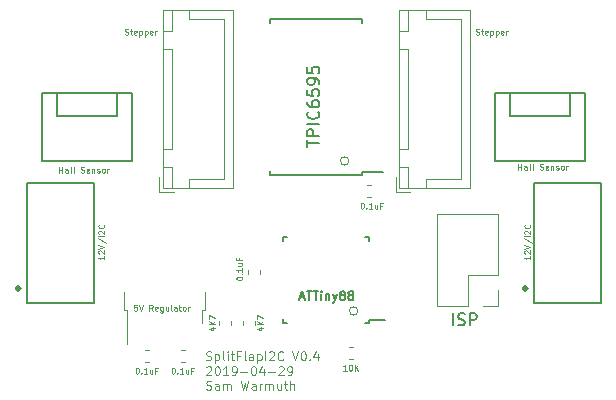
<source format=gbr>
G04 #@! TF.GenerationSoftware,KiCad,Pcbnew,(5.1.0-0)*
G04 #@! TF.CreationDate,2019-04-29T17:32:57-05:00*
G04 #@! TF.ProjectId,splitflap-pcb,73706c69-7466-46c6-9170-2d7063622e6b,rev?*
G04 #@! TF.SameCoordinates,Original*
G04 #@! TF.FileFunction,Legend,Top*
G04 #@! TF.FilePolarity,Positive*
%FSLAX46Y46*%
G04 Gerber Fmt 4.6, Leading zero omitted, Abs format (unit mm)*
G04 Created by KiCad (PCBNEW (5.1.0-0)) date 2019-04-29 17:32:57*
%MOMM*%
%LPD*%
G04 APERTURE LIST*
%ADD10C,0.125000*%
%ADD11C,0.120000*%
%ADD12C,0.150000*%
%ADD13C,0.127000*%
%ADD14C,0.300000*%
%ADD15C,0.152400*%
G04 APERTURE END LIST*
D10*
X143152190Y-121244571D02*
X143152190Y-121530285D01*
X143152190Y-121387428D02*
X142652190Y-121387428D01*
X142723619Y-121435047D01*
X142771238Y-121482666D01*
X142795047Y-121530285D01*
X142699809Y-121054095D02*
X142676000Y-121030285D01*
X142652190Y-120982666D01*
X142652190Y-120863619D01*
X142676000Y-120816000D01*
X142699809Y-120792190D01*
X142747428Y-120768380D01*
X142795047Y-120768380D01*
X142866476Y-120792190D01*
X143152190Y-121077904D01*
X143152190Y-120768380D01*
X142652190Y-120625523D02*
X143152190Y-120458857D01*
X142652190Y-120292190D01*
X142628380Y-119768380D02*
X143271238Y-120196952D01*
X143152190Y-119601714D02*
X142652190Y-119601714D01*
X142699809Y-119387428D02*
X142676000Y-119363619D01*
X142652190Y-119316000D01*
X142652190Y-119196952D01*
X142676000Y-119149333D01*
X142699809Y-119125523D01*
X142747428Y-119101714D01*
X142795047Y-119101714D01*
X142866476Y-119125523D01*
X143152190Y-119411238D01*
X143152190Y-119101714D01*
X143104571Y-118601714D02*
X143128380Y-118625523D01*
X143152190Y-118696952D01*
X143152190Y-118744571D01*
X143128380Y-118816000D01*
X143080761Y-118863619D01*
X143033142Y-118887428D01*
X142937904Y-118911238D01*
X142866476Y-118911238D01*
X142771238Y-118887428D01*
X142723619Y-118863619D01*
X142676000Y-118816000D01*
X142652190Y-118744571D01*
X142652190Y-118696952D01*
X142676000Y-118625523D01*
X142699809Y-118601714D01*
X107084190Y-121244571D02*
X107084190Y-121530285D01*
X107084190Y-121387428D02*
X106584190Y-121387428D01*
X106655619Y-121435047D01*
X106703238Y-121482666D01*
X106727047Y-121530285D01*
X106631809Y-121054095D02*
X106608000Y-121030285D01*
X106584190Y-120982666D01*
X106584190Y-120863619D01*
X106608000Y-120816000D01*
X106631809Y-120792190D01*
X106679428Y-120768380D01*
X106727047Y-120768380D01*
X106798476Y-120792190D01*
X107084190Y-121077904D01*
X107084190Y-120768380D01*
X106584190Y-120625523D02*
X107084190Y-120458857D01*
X106584190Y-120292190D01*
X106560380Y-119768380D02*
X107203238Y-120196952D01*
X107084190Y-119601714D02*
X106584190Y-119601714D01*
X106631809Y-119387428D02*
X106608000Y-119363619D01*
X106584190Y-119316000D01*
X106584190Y-119196952D01*
X106608000Y-119149333D01*
X106631809Y-119125523D01*
X106679428Y-119101714D01*
X106727047Y-119101714D01*
X106798476Y-119125523D01*
X107084190Y-119411238D01*
X107084190Y-119101714D01*
X107036571Y-118601714D02*
X107060380Y-118625523D01*
X107084190Y-118696952D01*
X107084190Y-118744571D01*
X107060380Y-118816000D01*
X107012761Y-118863619D01*
X106965142Y-118887428D01*
X106869904Y-118911238D01*
X106798476Y-118911238D01*
X106703238Y-118887428D01*
X106655619Y-118863619D01*
X106608000Y-118816000D01*
X106584190Y-118744571D01*
X106584190Y-118696952D01*
X106608000Y-118625523D01*
X106631809Y-118601714D01*
X109854666Y-125380190D02*
X109616571Y-125380190D01*
X109592761Y-125618285D01*
X109616571Y-125594476D01*
X109664190Y-125570666D01*
X109783238Y-125570666D01*
X109830857Y-125594476D01*
X109854666Y-125618285D01*
X109878476Y-125665904D01*
X109878476Y-125784952D01*
X109854666Y-125832571D01*
X109830857Y-125856380D01*
X109783238Y-125880190D01*
X109664190Y-125880190D01*
X109616571Y-125856380D01*
X109592761Y-125832571D01*
X110021333Y-125380190D02*
X110188000Y-125880190D01*
X110354666Y-125380190D01*
X111188000Y-125880190D02*
X111021333Y-125642095D01*
X110902285Y-125880190D02*
X110902285Y-125380190D01*
X111092761Y-125380190D01*
X111140380Y-125404000D01*
X111164190Y-125427809D01*
X111188000Y-125475428D01*
X111188000Y-125546857D01*
X111164190Y-125594476D01*
X111140380Y-125618285D01*
X111092761Y-125642095D01*
X110902285Y-125642095D01*
X111592761Y-125856380D02*
X111545142Y-125880190D01*
X111449904Y-125880190D01*
X111402285Y-125856380D01*
X111378476Y-125808761D01*
X111378476Y-125618285D01*
X111402285Y-125570666D01*
X111449904Y-125546857D01*
X111545142Y-125546857D01*
X111592761Y-125570666D01*
X111616571Y-125618285D01*
X111616571Y-125665904D01*
X111378476Y-125713523D01*
X112045142Y-125546857D02*
X112045142Y-125951619D01*
X112021333Y-125999238D01*
X111997523Y-126023047D01*
X111949904Y-126046857D01*
X111878476Y-126046857D01*
X111830857Y-126023047D01*
X112045142Y-125856380D02*
X111997523Y-125880190D01*
X111902285Y-125880190D01*
X111854666Y-125856380D01*
X111830857Y-125832571D01*
X111807047Y-125784952D01*
X111807047Y-125642095D01*
X111830857Y-125594476D01*
X111854666Y-125570666D01*
X111902285Y-125546857D01*
X111997523Y-125546857D01*
X112045142Y-125570666D01*
X112497523Y-125546857D02*
X112497523Y-125880190D01*
X112283238Y-125546857D02*
X112283238Y-125808761D01*
X112307047Y-125856380D01*
X112354666Y-125880190D01*
X112426095Y-125880190D01*
X112473714Y-125856380D01*
X112497523Y-125832571D01*
X112807047Y-125880190D02*
X112759428Y-125856380D01*
X112735619Y-125808761D01*
X112735619Y-125380190D01*
X113211809Y-125880190D02*
X113211809Y-125618285D01*
X113188000Y-125570666D01*
X113140380Y-125546857D01*
X113045142Y-125546857D01*
X112997523Y-125570666D01*
X113211809Y-125856380D02*
X113164190Y-125880190D01*
X113045142Y-125880190D01*
X112997523Y-125856380D01*
X112973714Y-125808761D01*
X112973714Y-125761142D01*
X112997523Y-125713523D01*
X113045142Y-125689714D01*
X113164190Y-125689714D01*
X113211809Y-125665904D01*
X113378476Y-125546857D02*
X113568952Y-125546857D01*
X113449904Y-125380190D02*
X113449904Y-125808761D01*
X113473714Y-125856380D01*
X113521333Y-125880190D01*
X113568952Y-125880190D01*
X113807047Y-125880190D02*
X113759428Y-125856380D01*
X113735619Y-125832571D01*
X113711809Y-125784952D01*
X113711809Y-125642095D01*
X113735619Y-125594476D01*
X113759428Y-125570666D01*
X113807047Y-125546857D01*
X113878476Y-125546857D01*
X113926095Y-125570666D01*
X113949904Y-125594476D01*
X113973714Y-125642095D01*
X113973714Y-125784952D01*
X113949904Y-125832571D01*
X113926095Y-125856380D01*
X113878476Y-125880190D01*
X113807047Y-125880190D01*
X114188000Y-125880190D02*
X114188000Y-125546857D01*
X114188000Y-125642095D02*
X114211809Y-125594476D01*
X114235619Y-125570666D01*
X114283238Y-125546857D01*
X114330857Y-125546857D01*
X108838571Y-102488380D02*
X108910000Y-102512190D01*
X109029047Y-102512190D01*
X109076666Y-102488380D01*
X109100476Y-102464571D01*
X109124285Y-102416952D01*
X109124285Y-102369333D01*
X109100476Y-102321714D01*
X109076666Y-102297904D01*
X109029047Y-102274095D01*
X108933809Y-102250285D01*
X108886190Y-102226476D01*
X108862380Y-102202666D01*
X108838571Y-102155047D01*
X108838571Y-102107428D01*
X108862380Y-102059809D01*
X108886190Y-102036000D01*
X108933809Y-102012190D01*
X109052857Y-102012190D01*
X109124285Y-102036000D01*
X109267142Y-102178857D02*
X109457619Y-102178857D01*
X109338571Y-102012190D02*
X109338571Y-102440761D01*
X109362380Y-102488380D01*
X109410000Y-102512190D01*
X109457619Y-102512190D01*
X109814761Y-102488380D02*
X109767142Y-102512190D01*
X109671904Y-102512190D01*
X109624285Y-102488380D01*
X109600476Y-102440761D01*
X109600476Y-102250285D01*
X109624285Y-102202666D01*
X109671904Y-102178857D01*
X109767142Y-102178857D01*
X109814761Y-102202666D01*
X109838571Y-102250285D01*
X109838571Y-102297904D01*
X109600476Y-102345523D01*
X110052857Y-102178857D02*
X110052857Y-102678857D01*
X110052857Y-102202666D02*
X110100476Y-102178857D01*
X110195714Y-102178857D01*
X110243333Y-102202666D01*
X110267142Y-102226476D01*
X110290952Y-102274095D01*
X110290952Y-102416952D01*
X110267142Y-102464571D01*
X110243333Y-102488380D01*
X110195714Y-102512190D01*
X110100476Y-102512190D01*
X110052857Y-102488380D01*
X110505238Y-102178857D02*
X110505238Y-102678857D01*
X110505238Y-102202666D02*
X110552857Y-102178857D01*
X110648095Y-102178857D01*
X110695714Y-102202666D01*
X110719523Y-102226476D01*
X110743333Y-102274095D01*
X110743333Y-102416952D01*
X110719523Y-102464571D01*
X110695714Y-102488380D01*
X110648095Y-102512190D01*
X110552857Y-102512190D01*
X110505238Y-102488380D01*
X111148095Y-102488380D02*
X111100476Y-102512190D01*
X111005238Y-102512190D01*
X110957619Y-102488380D01*
X110933809Y-102440761D01*
X110933809Y-102250285D01*
X110957619Y-102202666D01*
X111005238Y-102178857D01*
X111100476Y-102178857D01*
X111148095Y-102202666D01*
X111171904Y-102250285D01*
X111171904Y-102297904D01*
X110933809Y-102345523D01*
X111386190Y-102512190D02*
X111386190Y-102178857D01*
X111386190Y-102274095D02*
X111410000Y-102226476D01*
X111433809Y-102202666D01*
X111481428Y-102178857D01*
X111529047Y-102178857D01*
X138556571Y-102488380D02*
X138628000Y-102512190D01*
X138747047Y-102512190D01*
X138794666Y-102488380D01*
X138818476Y-102464571D01*
X138842285Y-102416952D01*
X138842285Y-102369333D01*
X138818476Y-102321714D01*
X138794666Y-102297904D01*
X138747047Y-102274095D01*
X138651809Y-102250285D01*
X138604190Y-102226476D01*
X138580380Y-102202666D01*
X138556571Y-102155047D01*
X138556571Y-102107428D01*
X138580380Y-102059809D01*
X138604190Y-102036000D01*
X138651809Y-102012190D01*
X138770857Y-102012190D01*
X138842285Y-102036000D01*
X138985142Y-102178857D02*
X139175619Y-102178857D01*
X139056571Y-102012190D02*
X139056571Y-102440761D01*
X139080380Y-102488380D01*
X139128000Y-102512190D01*
X139175619Y-102512190D01*
X139532761Y-102488380D02*
X139485142Y-102512190D01*
X139389904Y-102512190D01*
X139342285Y-102488380D01*
X139318476Y-102440761D01*
X139318476Y-102250285D01*
X139342285Y-102202666D01*
X139389904Y-102178857D01*
X139485142Y-102178857D01*
X139532761Y-102202666D01*
X139556571Y-102250285D01*
X139556571Y-102297904D01*
X139318476Y-102345523D01*
X139770857Y-102178857D02*
X139770857Y-102678857D01*
X139770857Y-102202666D02*
X139818476Y-102178857D01*
X139913714Y-102178857D01*
X139961333Y-102202666D01*
X139985142Y-102226476D01*
X140008952Y-102274095D01*
X140008952Y-102416952D01*
X139985142Y-102464571D01*
X139961333Y-102488380D01*
X139913714Y-102512190D01*
X139818476Y-102512190D01*
X139770857Y-102488380D01*
X140223238Y-102178857D02*
X140223238Y-102678857D01*
X140223238Y-102202666D02*
X140270857Y-102178857D01*
X140366095Y-102178857D01*
X140413714Y-102202666D01*
X140437523Y-102226476D01*
X140461333Y-102274095D01*
X140461333Y-102416952D01*
X140437523Y-102464571D01*
X140413714Y-102488380D01*
X140366095Y-102512190D01*
X140270857Y-102512190D01*
X140223238Y-102488380D01*
X140866095Y-102488380D02*
X140818476Y-102512190D01*
X140723238Y-102512190D01*
X140675619Y-102488380D01*
X140651809Y-102440761D01*
X140651809Y-102250285D01*
X140675619Y-102202666D01*
X140723238Y-102178857D01*
X140818476Y-102178857D01*
X140866095Y-102202666D01*
X140889904Y-102250285D01*
X140889904Y-102297904D01*
X140651809Y-102345523D01*
X141104190Y-102512190D02*
X141104190Y-102178857D01*
X141104190Y-102274095D02*
X141128000Y-102226476D01*
X141151809Y-102202666D01*
X141199428Y-102178857D01*
X141247047Y-102178857D01*
X142112666Y-113942190D02*
X142112666Y-113442190D01*
X142112666Y-113680285D02*
X142398380Y-113680285D01*
X142398380Y-113942190D02*
X142398380Y-113442190D01*
X142850761Y-113942190D02*
X142850761Y-113680285D01*
X142826952Y-113632666D01*
X142779333Y-113608857D01*
X142684095Y-113608857D01*
X142636476Y-113632666D01*
X142850761Y-113918380D02*
X142803142Y-113942190D01*
X142684095Y-113942190D01*
X142636476Y-113918380D01*
X142612666Y-113870761D01*
X142612666Y-113823142D01*
X142636476Y-113775523D01*
X142684095Y-113751714D01*
X142803142Y-113751714D01*
X142850761Y-113727904D01*
X143160285Y-113942190D02*
X143112666Y-113918380D01*
X143088857Y-113870761D01*
X143088857Y-113442190D01*
X143422190Y-113942190D02*
X143374571Y-113918380D01*
X143350761Y-113870761D01*
X143350761Y-113442190D01*
X143969809Y-113918380D02*
X144041238Y-113942190D01*
X144160285Y-113942190D01*
X144207904Y-113918380D01*
X144231714Y-113894571D01*
X144255523Y-113846952D01*
X144255523Y-113799333D01*
X144231714Y-113751714D01*
X144207904Y-113727904D01*
X144160285Y-113704095D01*
X144065047Y-113680285D01*
X144017428Y-113656476D01*
X143993619Y-113632666D01*
X143969809Y-113585047D01*
X143969809Y-113537428D01*
X143993619Y-113489809D01*
X144017428Y-113466000D01*
X144065047Y-113442190D01*
X144184095Y-113442190D01*
X144255523Y-113466000D01*
X144660285Y-113918380D02*
X144612666Y-113942190D01*
X144517428Y-113942190D01*
X144469809Y-113918380D01*
X144446000Y-113870761D01*
X144446000Y-113680285D01*
X144469809Y-113632666D01*
X144517428Y-113608857D01*
X144612666Y-113608857D01*
X144660285Y-113632666D01*
X144684095Y-113680285D01*
X144684095Y-113727904D01*
X144446000Y-113775523D01*
X144898380Y-113608857D02*
X144898380Y-113942190D01*
X144898380Y-113656476D02*
X144922190Y-113632666D01*
X144969809Y-113608857D01*
X145041238Y-113608857D01*
X145088857Y-113632666D01*
X145112666Y-113680285D01*
X145112666Y-113942190D01*
X145326952Y-113918380D02*
X145374571Y-113942190D01*
X145469809Y-113942190D01*
X145517428Y-113918380D01*
X145541238Y-113870761D01*
X145541238Y-113846952D01*
X145517428Y-113799333D01*
X145469809Y-113775523D01*
X145398380Y-113775523D01*
X145350761Y-113751714D01*
X145326952Y-113704095D01*
X145326952Y-113680285D01*
X145350761Y-113632666D01*
X145398380Y-113608857D01*
X145469809Y-113608857D01*
X145517428Y-113632666D01*
X145826952Y-113942190D02*
X145779333Y-113918380D01*
X145755523Y-113894571D01*
X145731714Y-113846952D01*
X145731714Y-113704095D01*
X145755523Y-113656476D01*
X145779333Y-113632666D01*
X145826952Y-113608857D01*
X145898380Y-113608857D01*
X145946000Y-113632666D01*
X145969809Y-113656476D01*
X145993619Y-113704095D01*
X145993619Y-113846952D01*
X145969809Y-113894571D01*
X145946000Y-113918380D01*
X145898380Y-113942190D01*
X145826952Y-113942190D01*
X146207904Y-113942190D02*
X146207904Y-113608857D01*
X146207904Y-113704095D02*
X146231714Y-113656476D01*
X146255523Y-113632666D01*
X146303142Y-113608857D01*
X146350761Y-113608857D01*
X103250666Y-114196190D02*
X103250666Y-113696190D01*
X103250666Y-113934285D02*
X103536380Y-113934285D01*
X103536380Y-114196190D02*
X103536380Y-113696190D01*
X103988761Y-114196190D02*
X103988761Y-113934285D01*
X103964952Y-113886666D01*
X103917333Y-113862857D01*
X103822095Y-113862857D01*
X103774476Y-113886666D01*
X103988761Y-114172380D02*
X103941142Y-114196190D01*
X103822095Y-114196190D01*
X103774476Y-114172380D01*
X103750666Y-114124761D01*
X103750666Y-114077142D01*
X103774476Y-114029523D01*
X103822095Y-114005714D01*
X103941142Y-114005714D01*
X103988761Y-113981904D01*
X104298285Y-114196190D02*
X104250666Y-114172380D01*
X104226857Y-114124761D01*
X104226857Y-113696190D01*
X104560190Y-114196190D02*
X104512571Y-114172380D01*
X104488761Y-114124761D01*
X104488761Y-113696190D01*
X105107809Y-114172380D02*
X105179238Y-114196190D01*
X105298285Y-114196190D01*
X105345904Y-114172380D01*
X105369714Y-114148571D01*
X105393523Y-114100952D01*
X105393523Y-114053333D01*
X105369714Y-114005714D01*
X105345904Y-113981904D01*
X105298285Y-113958095D01*
X105203047Y-113934285D01*
X105155428Y-113910476D01*
X105131619Y-113886666D01*
X105107809Y-113839047D01*
X105107809Y-113791428D01*
X105131619Y-113743809D01*
X105155428Y-113720000D01*
X105203047Y-113696190D01*
X105322095Y-113696190D01*
X105393523Y-113720000D01*
X105798285Y-114172380D02*
X105750666Y-114196190D01*
X105655428Y-114196190D01*
X105607809Y-114172380D01*
X105584000Y-114124761D01*
X105584000Y-113934285D01*
X105607809Y-113886666D01*
X105655428Y-113862857D01*
X105750666Y-113862857D01*
X105798285Y-113886666D01*
X105822095Y-113934285D01*
X105822095Y-113981904D01*
X105584000Y-114029523D01*
X106036380Y-113862857D02*
X106036380Y-114196190D01*
X106036380Y-113910476D02*
X106060190Y-113886666D01*
X106107809Y-113862857D01*
X106179238Y-113862857D01*
X106226857Y-113886666D01*
X106250666Y-113934285D01*
X106250666Y-114196190D01*
X106464952Y-114172380D02*
X106512571Y-114196190D01*
X106607809Y-114196190D01*
X106655428Y-114172380D01*
X106679238Y-114124761D01*
X106679238Y-114100952D01*
X106655428Y-114053333D01*
X106607809Y-114029523D01*
X106536380Y-114029523D01*
X106488761Y-114005714D01*
X106464952Y-113958095D01*
X106464952Y-113934285D01*
X106488761Y-113886666D01*
X106536380Y-113862857D01*
X106607809Y-113862857D01*
X106655428Y-113886666D01*
X106964952Y-114196190D02*
X106917333Y-114172380D01*
X106893523Y-114148571D01*
X106869714Y-114100952D01*
X106869714Y-113958095D01*
X106893523Y-113910476D01*
X106917333Y-113886666D01*
X106964952Y-113862857D01*
X107036380Y-113862857D01*
X107084000Y-113886666D01*
X107107809Y-113910476D01*
X107131619Y-113958095D01*
X107131619Y-114100952D01*
X107107809Y-114148571D01*
X107084000Y-114172380D01*
X107036380Y-114196190D01*
X106964952Y-114196190D01*
X107345904Y-114196190D02*
X107345904Y-113862857D01*
X107345904Y-113958095D02*
X107369714Y-113910476D01*
X107393523Y-113886666D01*
X107441142Y-113862857D01*
X107488761Y-113862857D01*
X128896571Y-116744190D02*
X128944190Y-116744190D01*
X128991809Y-116768000D01*
X129015619Y-116791809D01*
X129039428Y-116839428D01*
X129063238Y-116934666D01*
X129063238Y-117053714D01*
X129039428Y-117148952D01*
X129015619Y-117196571D01*
X128991809Y-117220380D01*
X128944190Y-117244190D01*
X128896571Y-117244190D01*
X128848952Y-117220380D01*
X128825142Y-117196571D01*
X128801333Y-117148952D01*
X128777523Y-117053714D01*
X128777523Y-116934666D01*
X128801333Y-116839428D01*
X128825142Y-116791809D01*
X128848952Y-116768000D01*
X128896571Y-116744190D01*
X129277523Y-117196571D02*
X129301333Y-117220380D01*
X129277523Y-117244190D01*
X129253714Y-117220380D01*
X129277523Y-117196571D01*
X129277523Y-117244190D01*
X129777523Y-117244190D02*
X129491809Y-117244190D01*
X129634666Y-117244190D02*
X129634666Y-116744190D01*
X129587047Y-116815619D01*
X129539428Y-116863238D01*
X129491809Y-116887047D01*
X130206095Y-116910857D02*
X130206095Y-117244190D01*
X129991809Y-116910857D02*
X129991809Y-117172761D01*
X130015619Y-117220380D01*
X130063238Y-117244190D01*
X130134666Y-117244190D01*
X130182285Y-117220380D01*
X130206095Y-117196571D01*
X130610857Y-116982285D02*
X130444190Y-116982285D01*
X130444190Y-117244190D02*
X130444190Y-116744190D01*
X130682285Y-116744190D01*
X116148857Y-127316857D02*
X116482190Y-127316857D01*
X115958380Y-127435904D02*
X116315523Y-127554952D01*
X116315523Y-127245428D01*
X116482190Y-127054952D02*
X115982190Y-127054952D01*
X116482190Y-126769238D02*
X116196476Y-126983523D01*
X115982190Y-126769238D02*
X116267904Y-127054952D01*
X115982190Y-126602571D02*
X115982190Y-126269238D01*
X116482190Y-126483523D01*
X120212857Y-127316857D02*
X120546190Y-127316857D01*
X120022380Y-127435904D02*
X120379523Y-127554952D01*
X120379523Y-127245428D01*
X120546190Y-127054952D02*
X120046190Y-127054952D01*
X120546190Y-126769238D02*
X120260476Y-126983523D01*
X120046190Y-126769238D02*
X120331904Y-127054952D01*
X120046190Y-126602571D02*
X120046190Y-126269238D01*
X120546190Y-126483523D01*
D11*
X128553210Y-125908000D02*
G75*
G03X128553210Y-125908000I-359210J0D01*
G01*
X127791210Y-113208000D02*
G75*
G03X127791210Y-113208000I-359210J0D01*
G01*
D10*
X127594761Y-130960190D02*
X127309047Y-130960190D01*
X127451904Y-130960190D02*
X127451904Y-130460190D01*
X127404285Y-130531619D01*
X127356666Y-130579238D01*
X127309047Y-130603047D01*
X127904285Y-130460190D02*
X127951904Y-130460190D01*
X127999523Y-130484000D01*
X128023333Y-130507809D01*
X128047142Y-130555428D01*
X128070952Y-130650666D01*
X128070952Y-130769714D01*
X128047142Y-130864952D01*
X128023333Y-130912571D01*
X127999523Y-130936380D01*
X127951904Y-130960190D01*
X127904285Y-130960190D01*
X127856666Y-130936380D01*
X127832857Y-130912571D01*
X127809047Y-130864952D01*
X127785238Y-130769714D01*
X127785238Y-130650666D01*
X127809047Y-130555428D01*
X127832857Y-130507809D01*
X127856666Y-130484000D01*
X127904285Y-130460190D01*
X128285238Y-130960190D02*
X128285238Y-130460190D01*
X128570952Y-130960190D02*
X128356666Y-130674476D01*
X128570952Y-130460190D02*
X128285238Y-130745904D01*
X118268190Y-123173428D02*
X118268190Y-123125809D01*
X118292000Y-123078190D01*
X118315809Y-123054380D01*
X118363428Y-123030571D01*
X118458666Y-123006761D01*
X118577714Y-123006761D01*
X118672952Y-123030571D01*
X118720571Y-123054380D01*
X118744380Y-123078190D01*
X118768190Y-123125809D01*
X118768190Y-123173428D01*
X118744380Y-123221047D01*
X118720571Y-123244857D01*
X118672952Y-123268666D01*
X118577714Y-123292476D01*
X118458666Y-123292476D01*
X118363428Y-123268666D01*
X118315809Y-123244857D01*
X118292000Y-123221047D01*
X118268190Y-123173428D01*
X118720571Y-122792476D02*
X118744380Y-122768666D01*
X118768190Y-122792476D01*
X118744380Y-122816285D01*
X118720571Y-122792476D01*
X118768190Y-122792476D01*
X118768190Y-122292476D02*
X118768190Y-122578190D01*
X118768190Y-122435333D02*
X118268190Y-122435333D01*
X118339619Y-122482952D01*
X118387238Y-122530571D01*
X118411047Y-122578190D01*
X118434857Y-121863904D02*
X118768190Y-121863904D01*
X118434857Y-122078190D02*
X118696761Y-122078190D01*
X118744380Y-122054380D01*
X118768190Y-122006761D01*
X118768190Y-121935333D01*
X118744380Y-121887714D01*
X118720571Y-121863904D01*
X118506285Y-121459142D02*
X118506285Y-121625809D01*
X118768190Y-121625809D02*
X118268190Y-121625809D01*
X118268190Y-121387714D01*
D12*
X136615809Y-127122380D02*
X136615809Y-126122380D01*
X137044380Y-127074761D02*
X137187238Y-127122380D01*
X137425333Y-127122380D01*
X137520571Y-127074761D01*
X137568190Y-127027142D01*
X137615809Y-126931904D01*
X137615809Y-126836666D01*
X137568190Y-126741428D01*
X137520571Y-126693809D01*
X137425333Y-126646190D01*
X137234857Y-126598571D01*
X137139619Y-126550952D01*
X137092000Y-126503333D01*
X137044380Y-126408095D01*
X137044380Y-126312857D01*
X137092000Y-126217619D01*
X137139619Y-126170000D01*
X137234857Y-126122380D01*
X137472952Y-126122380D01*
X137615809Y-126170000D01*
X138044380Y-127122380D02*
X138044380Y-126122380D01*
X138425333Y-126122380D01*
X138520571Y-126170000D01*
X138568190Y-126217619D01*
X138615809Y-126312857D01*
X138615809Y-126455714D01*
X138568190Y-126550952D01*
X138520571Y-126598571D01*
X138425333Y-126646190D01*
X138044380Y-126646190D01*
X123640142Y-124763000D02*
X123997285Y-124763000D01*
X123568714Y-124977285D02*
X123818714Y-124227285D01*
X124068714Y-124977285D01*
X124211571Y-124227285D02*
X124640142Y-124227285D01*
X124425857Y-124977285D02*
X124425857Y-124227285D01*
X124783000Y-124227285D02*
X125211571Y-124227285D01*
X124997285Y-124977285D02*
X124997285Y-124227285D01*
X125461571Y-124977285D02*
X125461571Y-124477285D01*
X125461571Y-124227285D02*
X125425857Y-124263000D01*
X125461571Y-124298714D01*
X125497285Y-124263000D01*
X125461571Y-124227285D01*
X125461571Y-124298714D01*
X125818714Y-124477285D02*
X125818714Y-124977285D01*
X125818714Y-124548714D02*
X125854428Y-124513000D01*
X125925857Y-124477285D01*
X126033000Y-124477285D01*
X126104428Y-124513000D01*
X126140142Y-124584428D01*
X126140142Y-124977285D01*
X126425857Y-124477285D02*
X126604428Y-124977285D01*
X126783000Y-124477285D02*
X126604428Y-124977285D01*
X126533000Y-125155857D01*
X126497285Y-125191571D01*
X126425857Y-125227285D01*
X127175857Y-124548714D02*
X127104428Y-124513000D01*
X127068714Y-124477285D01*
X127033000Y-124405857D01*
X127033000Y-124370142D01*
X127068714Y-124298714D01*
X127104428Y-124263000D01*
X127175857Y-124227285D01*
X127318714Y-124227285D01*
X127390142Y-124263000D01*
X127425857Y-124298714D01*
X127461571Y-124370142D01*
X127461571Y-124405857D01*
X127425857Y-124477285D01*
X127390142Y-124513000D01*
X127318714Y-124548714D01*
X127175857Y-124548714D01*
X127104428Y-124584428D01*
X127068714Y-124620142D01*
X127033000Y-124691571D01*
X127033000Y-124834428D01*
X127068714Y-124905857D01*
X127104428Y-124941571D01*
X127175857Y-124977285D01*
X127318714Y-124977285D01*
X127390142Y-124941571D01*
X127425857Y-124905857D01*
X127461571Y-124834428D01*
X127461571Y-124691571D01*
X127425857Y-124620142D01*
X127390142Y-124584428D01*
X127318714Y-124548714D01*
X127890142Y-124548714D02*
X127818714Y-124513000D01*
X127783000Y-124477285D01*
X127747285Y-124405857D01*
X127747285Y-124370142D01*
X127783000Y-124298714D01*
X127818714Y-124263000D01*
X127890142Y-124227285D01*
X128033000Y-124227285D01*
X128104428Y-124263000D01*
X128140142Y-124298714D01*
X128175857Y-124370142D01*
X128175857Y-124405857D01*
X128140142Y-124477285D01*
X128104428Y-124513000D01*
X128033000Y-124548714D01*
X127890142Y-124548714D01*
X127818714Y-124584428D01*
X127783000Y-124620142D01*
X127747285Y-124691571D01*
X127747285Y-124834428D01*
X127783000Y-124905857D01*
X127818714Y-124941571D01*
X127890142Y-124977285D01*
X128033000Y-124977285D01*
X128104428Y-124941571D01*
X128140142Y-124905857D01*
X128175857Y-124834428D01*
X128175857Y-124691571D01*
X128140142Y-124620142D01*
X128104428Y-124584428D01*
X128033000Y-124548714D01*
X124268380Y-111988571D02*
X124268380Y-111417142D01*
X125268380Y-111702857D02*
X124268380Y-111702857D01*
X125268380Y-111083809D02*
X124268380Y-111083809D01*
X124268380Y-110702857D01*
X124316000Y-110607619D01*
X124363619Y-110560000D01*
X124458857Y-110512380D01*
X124601714Y-110512380D01*
X124696952Y-110560000D01*
X124744571Y-110607619D01*
X124792190Y-110702857D01*
X124792190Y-111083809D01*
X125268380Y-110083809D02*
X124268380Y-110083809D01*
X125173142Y-109036190D02*
X125220761Y-109083809D01*
X125268380Y-109226666D01*
X125268380Y-109321904D01*
X125220761Y-109464761D01*
X125125523Y-109560000D01*
X125030285Y-109607619D01*
X124839809Y-109655238D01*
X124696952Y-109655238D01*
X124506476Y-109607619D01*
X124411238Y-109560000D01*
X124316000Y-109464761D01*
X124268380Y-109321904D01*
X124268380Y-109226666D01*
X124316000Y-109083809D01*
X124363619Y-109036190D01*
X124268380Y-108179047D02*
X124268380Y-108369523D01*
X124316000Y-108464761D01*
X124363619Y-108512380D01*
X124506476Y-108607619D01*
X124696952Y-108655238D01*
X125077904Y-108655238D01*
X125173142Y-108607619D01*
X125220761Y-108560000D01*
X125268380Y-108464761D01*
X125268380Y-108274285D01*
X125220761Y-108179047D01*
X125173142Y-108131428D01*
X125077904Y-108083809D01*
X124839809Y-108083809D01*
X124744571Y-108131428D01*
X124696952Y-108179047D01*
X124649333Y-108274285D01*
X124649333Y-108464761D01*
X124696952Y-108560000D01*
X124744571Y-108607619D01*
X124839809Y-108655238D01*
X124268380Y-107179047D02*
X124268380Y-107655238D01*
X124744571Y-107702857D01*
X124696952Y-107655238D01*
X124649333Y-107560000D01*
X124649333Y-107321904D01*
X124696952Y-107226666D01*
X124744571Y-107179047D01*
X124839809Y-107131428D01*
X125077904Y-107131428D01*
X125173142Y-107179047D01*
X125220761Y-107226666D01*
X125268380Y-107321904D01*
X125268380Y-107560000D01*
X125220761Y-107655238D01*
X125173142Y-107702857D01*
X125268380Y-106655238D02*
X125268380Y-106464761D01*
X125220761Y-106369523D01*
X125173142Y-106321904D01*
X125030285Y-106226666D01*
X124839809Y-106179047D01*
X124458857Y-106179047D01*
X124363619Y-106226666D01*
X124316000Y-106274285D01*
X124268380Y-106369523D01*
X124268380Y-106560000D01*
X124316000Y-106655238D01*
X124363619Y-106702857D01*
X124458857Y-106750476D01*
X124696952Y-106750476D01*
X124792190Y-106702857D01*
X124839809Y-106655238D01*
X124887428Y-106560000D01*
X124887428Y-106369523D01*
X124839809Y-106274285D01*
X124792190Y-106226666D01*
X124696952Y-106179047D01*
X124268380Y-105274285D02*
X124268380Y-105750476D01*
X124744571Y-105798095D01*
X124696952Y-105750476D01*
X124649333Y-105655238D01*
X124649333Y-105417142D01*
X124696952Y-105321904D01*
X124744571Y-105274285D01*
X124839809Y-105226666D01*
X125077904Y-105226666D01*
X125173142Y-105274285D01*
X125220761Y-105321904D01*
X125268380Y-105417142D01*
X125268380Y-105655238D01*
X125220761Y-105750476D01*
X125173142Y-105798095D01*
D10*
X109846571Y-130714190D02*
X109894190Y-130714190D01*
X109941809Y-130738000D01*
X109965619Y-130761809D01*
X109989428Y-130809428D01*
X110013238Y-130904666D01*
X110013238Y-131023714D01*
X109989428Y-131118952D01*
X109965619Y-131166571D01*
X109941809Y-131190380D01*
X109894190Y-131214190D01*
X109846571Y-131214190D01*
X109798952Y-131190380D01*
X109775142Y-131166571D01*
X109751333Y-131118952D01*
X109727523Y-131023714D01*
X109727523Y-130904666D01*
X109751333Y-130809428D01*
X109775142Y-130761809D01*
X109798952Y-130738000D01*
X109846571Y-130714190D01*
X110227523Y-131166571D02*
X110251333Y-131190380D01*
X110227523Y-131214190D01*
X110203714Y-131190380D01*
X110227523Y-131166571D01*
X110227523Y-131214190D01*
X110727523Y-131214190D02*
X110441809Y-131214190D01*
X110584666Y-131214190D02*
X110584666Y-130714190D01*
X110537047Y-130785619D01*
X110489428Y-130833238D01*
X110441809Y-130857047D01*
X111156095Y-130880857D02*
X111156095Y-131214190D01*
X110941809Y-130880857D02*
X110941809Y-131142761D01*
X110965619Y-131190380D01*
X111013238Y-131214190D01*
X111084666Y-131214190D01*
X111132285Y-131190380D01*
X111156095Y-131166571D01*
X111560857Y-130952285D02*
X111394190Y-130952285D01*
X111394190Y-131214190D02*
X111394190Y-130714190D01*
X111632285Y-130714190D01*
X112894571Y-130714190D02*
X112942190Y-130714190D01*
X112989809Y-130738000D01*
X113013619Y-130761809D01*
X113037428Y-130809428D01*
X113061238Y-130904666D01*
X113061238Y-131023714D01*
X113037428Y-131118952D01*
X113013619Y-131166571D01*
X112989809Y-131190380D01*
X112942190Y-131214190D01*
X112894571Y-131214190D01*
X112846952Y-131190380D01*
X112823142Y-131166571D01*
X112799333Y-131118952D01*
X112775523Y-131023714D01*
X112775523Y-130904666D01*
X112799333Y-130809428D01*
X112823142Y-130761809D01*
X112846952Y-130738000D01*
X112894571Y-130714190D01*
X113275523Y-131166571D02*
X113299333Y-131190380D01*
X113275523Y-131214190D01*
X113251714Y-131190380D01*
X113275523Y-131166571D01*
X113275523Y-131214190D01*
X113775523Y-131214190D02*
X113489809Y-131214190D01*
X113632666Y-131214190D02*
X113632666Y-130714190D01*
X113585047Y-130785619D01*
X113537428Y-130833238D01*
X113489809Y-130857047D01*
X114204095Y-130880857D02*
X114204095Y-131214190D01*
X113989809Y-130880857D02*
X113989809Y-131142761D01*
X114013619Y-131190380D01*
X114061238Y-131214190D01*
X114132666Y-131214190D01*
X114180285Y-131190380D01*
X114204095Y-131166571D01*
X114608857Y-130952285D02*
X114442190Y-130952285D01*
X114442190Y-131214190D02*
X114442190Y-130714190D01*
X114680285Y-130714190D01*
X115718107Y-130041571D02*
X115825250Y-130077285D01*
X116003821Y-130077285D01*
X116075250Y-130041571D01*
X116110964Y-130005857D01*
X116146678Y-129934428D01*
X116146678Y-129863000D01*
X116110964Y-129791571D01*
X116075250Y-129755857D01*
X116003821Y-129720142D01*
X115860964Y-129684428D01*
X115789535Y-129648714D01*
X115753821Y-129613000D01*
X115718107Y-129541571D01*
X115718107Y-129470142D01*
X115753821Y-129398714D01*
X115789535Y-129363000D01*
X115860964Y-129327285D01*
X116039535Y-129327285D01*
X116146678Y-129363000D01*
X116468107Y-129577285D02*
X116468107Y-130327285D01*
X116468107Y-129613000D02*
X116539535Y-129577285D01*
X116682392Y-129577285D01*
X116753821Y-129613000D01*
X116789535Y-129648714D01*
X116825250Y-129720142D01*
X116825250Y-129934428D01*
X116789535Y-130005857D01*
X116753821Y-130041571D01*
X116682392Y-130077285D01*
X116539535Y-130077285D01*
X116468107Y-130041571D01*
X117253821Y-130077285D02*
X117182392Y-130041571D01*
X117146678Y-129970142D01*
X117146678Y-129327285D01*
X117539535Y-130077285D02*
X117539535Y-129577285D01*
X117539535Y-129327285D02*
X117503821Y-129363000D01*
X117539535Y-129398714D01*
X117575250Y-129363000D01*
X117539535Y-129327285D01*
X117539535Y-129398714D01*
X117789535Y-129577285D02*
X118075250Y-129577285D01*
X117896678Y-129327285D02*
X117896678Y-129970142D01*
X117932392Y-130041571D01*
X118003821Y-130077285D01*
X118075250Y-130077285D01*
X118575250Y-129684428D02*
X118325250Y-129684428D01*
X118325250Y-130077285D02*
X118325250Y-129327285D01*
X118682392Y-129327285D01*
X119075250Y-130077285D02*
X119003821Y-130041571D01*
X118968107Y-129970142D01*
X118968107Y-129327285D01*
X119682392Y-130077285D02*
X119682392Y-129684428D01*
X119646678Y-129613000D01*
X119575250Y-129577285D01*
X119432392Y-129577285D01*
X119360964Y-129613000D01*
X119682392Y-130041571D02*
X119610964Y-130077285D01*
X119432392Y-130077285D01*
X119360964Y-130041571D01*
X119325250Y-129970142D01*
X119325250Y-129898714D01*
X119360964Y-129827285D01*
X119432392Y-129791571D01*
X119610964Y-129791571D01*
X119682392Y-129755857D01*
X120039535Y-129577285D02*
X120039535Y-130327285D01*
X120039535Y-129613000D02*
X120110964Y-129577285D01*
X120253821Y-129577285D01*
X120325250Y-129613000D01*
X120360964Y-129648714D01*
X120396678Y-129720142D01*
X120396678Y-129934428D01*
X120360964Y-130005857D01*
X120325250Y-130041571D01*
X120253821Y-130077285D01*
X120110964Y-130077285D01*
X120039535Y-130041571D01*
X120718107Y-130077285D02*
X120718107Y-129327285D01*
X121039535Y-129398714D02*
X121075250Y-129363000D01*
X121146678Y-129327285D01*
X121325250Y-129327285D01*
X121396678Y-129363000D01*
X121432392Y-129398714D01*
X121468107Y-129470142D01*
X121468107Y-129541571D01*
X121432392Y-129648714D01*
X121003821Y-130077285D01*
X121468107Y-130077285D01*
X122218107Y-130005857D02*
X122182392Y-130041571D01*
X122075250Y-130077285D01*
X122003821Y-130077285D01*
X121896678Y-130041571D01*
X121825250Y-129970142D01*
X121789535Y-129898714D01*
X121753821Y-129755857D01*
X121753821Y-129648714D01*
X121789535Y-129505857D01*
X121825250Y-129434428D01*
X121896678Y-129363000D01*
X122003821Y-129327285D01*
X122075250Y-129327285D01*
X122182392Y-129363000D01*
X122218107Y-129398714D01*
X123003821Y-129327285D02*
X123253821Y-130077285D01*
X123503821Y-129327285D01*
X123896678Y-129327285D02*
X123968107Y-129327285D01*
X124039535Y-129363000D01*
X124075250Y-129398714D01*
X124110964Y-129470142D01*
X124146678Y-129613000D01*
X124146678Y-129791571D01*
X124110964Y-129934428D01*
X124075250Y-130005857D01*
X124039535Y-130041571D01*
X123968107Y-130077285D01*
X123896678Y-130077285D01*
X123825250Y-130041571D01*
X123789535Y-130005857D01*
X123753821Y-129934428D01*
X123718107Y-129791571D01*
X123718107Y-129613000D01*
X123753821Y-129470142D01*
X123789535Y-129398714D01*
X123825250Y-129363000D01*
X123896678Y-129327285D01*
X124468107Y-130005857D02*
X124503821Y-130041571D01*
X124468107Y-130077285D01*
X124432392Y-130041571D01*
X124468107Y-130005857D01*
X124468107Y-130077285D01*
X125146678Y-129577285D02*
X125146678Y-130077285D01*
X124968107Y-129291571D02*
X124789535Y-129827285D01*
X125253821Y-129827285D01*
X115718107Y-130648714D02*
X115753821Y-130613000D01*
X115825250Y-130577285D01*
X116003821Y-130577285D01*
X116075250Y-130613000D01*
X116110964Y-130648714D01*
X116146678Y-130720142D01*
X116146678Y-130791571D01*
X116110964Y-130898714D01*
X115682392Y-131327285D01*
X116146678Y-131327285D01*
X116610964Y-130577285D02*
X116682392Y-130577285D01*
X116753821Y-130613000D01*
X116789535Y-130648714D01*
X116825250Y-130720142D01*
X116860964Y-130863000D01*
X116860964Y-131041571D01*
X116825250Y-131184428D01*
X116789535Y-131255857D01*
X116753821Y-131291571D01*
X116682392Y-131327285D01*
X116610964Y-131327285D01*
X116539535Y-131291571D01*
X116503821Y-131255857D01*
X116468107Y-131184428D01*
X116432392Y-131041571D01*
X116432392Y-130863000D01*
X116468107Y-130720142D01*
X116503821Y-130648714D01*
X116539535Y-130613000D01*
X116610964Y-130577285D01*
X117575250Y-131327285D02*
X117146678Y-131327285D01*
X117360964Y-131327285D02*
X117360964Y-130577285D01*
X117289535Y-130684428D01*
X117218107Y-130755857D01*
X117146678Y-130791571D01*
X117932392Y-131327285D02*
X118075250Y-131327285D01*
X118146678Y-131291571D01*
X118182392Y-131255857D01*
X118253821Y-131148714D01*
X118289535Y-131005857D01*
X118289535Y-130720142D01*
X118253821Y-130648714D01*
X118218107Y-130613000D01*
X118146678Y-130577285D01*
X118003821Y-130577285D01*
X117932392Y-130613000D01*
X117896678Y-130648714D01*
X117860964Y-130720142D01*
X117860964Y-130898714D01*
X117896678Y-130970142D01*
X117932392Y-131005857D01*
X118003821Y-131041571D01*
X118146678Y-131041571D01*
X118218107Y-131005857D01*
X118253821Y-130970142D01*
X118289535Y-130898714D01*
X118610964Y-131041571D02*
X119182392Y-131041571D01*
X119682392Y-130577285D02*
X119753821Y-130577285D01*
X119825250Y-130613000D01*
X119860964Y-130648714D01*
X119896678Y-130720142D01*
X119932392Y-130863000D01*
X119932392Y-131041571D01*
X119896678Y-131184428D01*
X119860964Y-131255857D01*
X119825250Y-131291571D01*
X119753821Y-131327285D01*
X119682392Y-131327285D01*
X119610964Y-131291571D01*
X119575250Y-131255857D01*
X119539535Y-131184428D01*
X119503821Y-131041571D01*
X119503821Y-130863000D01*
X119539535Y-130720142D01*
X119575250Y-130648714D01*
X119610964Y-130613000D01*
X119682392Y-130577285D01*
X120575250Y-130827285D02*
X120575250Y-131327285D01*
X120396678Y-130541571D02*
X120218107Y-131077285D01*
X120682392Y-131077285D01*
X120968107Y-131041571D02*
X121539535Y-131041571D01*
X121860964Y-130648714D02*
X121896678Y-130613000D01*
X121968107Y-130577285D01*
X122146678Y-130577285D01*
X122218107Y-130613000D01*
X122253821Y-130648714D01*
X122289535Y-130720142D01*
X122289535Y-130791571D01*
X122253821Y-130898714D01*
X121825250Y-131327285D01*
X122289535Y-131327285D01*
X122646678Y-131327285D02*
X122789535Y-131327285D01*
X122860964Y-131291571D01*
X122896678Y-131255857D01*
X122968107Y-131148714D01*
X123003821Y-131005857D01*
X123003821Y-130720142D01*
X122968107Y-130648714D01*
X122932392Y-130613000D01*
X122860964Y-130577285D01*
X122718107Y-130577285D01*
X122646678Y-130613000D01*
X122610964Y-130648714D01*
X122575250Y-130720142D01*
X122575250Y-130898714D01*
X122610964Y-130970142D01*
X122646678Y-131005857D01*
X122718107Y-131041571D01*
X122860964Y-131041571D01*
X122932392Y-131005857D01*
X122968107Y-130970142D01*
X123003821Y-130898714D01*
X115718107Y-132541571D02*
X115825250Y-132577285D01*
X116003821Y-132577285D01*
X116075250Y-132541571D01*
X116110964Y-132505857D01*
X116146678Y-132434428D01*
X116146678Y-132363000D01*
X116110964Y-132291571D01*
X116075250Y-132255857D01*
X116003821Y-132220142D01*
X115860964Y-132184428D01*
X115789535Y-132148714D01*
X115753821Y-132113000D01*
X115718107Y-132041571D01*
X115718107Y-131970142D01*
X115753821Y-131898714D01*
X115789535Y-131863000D01*
X115860964Y-131827285D01*
X116039535Y-131827285D01*
X116146678Y-131863000D01*
X116789535Y-132577285D02*
X116789535Y-132184428D01*
X116753821Y-132113000D01*
X116682392Y-132077285D01*
X116539535Y-132077285D01*
X116468107Y-132113000D01*
X116789535Y-132541571D02*
X116718107Y-132577285D01*
X116539535Y-132577285D01*
X116468107Y-132541571D01*
X116432392Y-132470142D01*
X116432392Y-132398714D01*
X116468107Y-132327285D01*
X116539535Y-132291571D01*
X116718107Y-132291571D01*
X116789535Y-132255857D01*
X117146678Y-132577285D02*
X117146678Y-132077285D01*
X117146678Y-132148714D02*
X117182392Y-132113000D01*
X117253821Y-132077285D01*
X117360964Y-132077285D01*
X117432392Y-132113000D01*
X117468107Y-132184428D01*
X117468107Y-132577285D01*
X117468107Y-132184428D02*
X117503821Y-132113000D01*
X117575250Y-132077285D01*
X117682392Y-132077285D01*
X117753821Y-132113000D01*
X117789535Y-132184428D01*
X117789535Y-132577285D01*
X118646678Y-131827285D02*
X118825250Y-132577285D01*
X118968107Y-132041571D01*
X119110964Y-132577285D01*
X119289535Y-131827285D01*
X119896678Y-132577285D02*
X119896678Y-132184428D01*
X119860964Y-132113000D01*
X119789535Y-132077285D01*
X119646678Y-132077285D01*
X119575250Y-132113000D01*
X119896678Y-132541571D02*
X119825250Y-132577285D01*
X119646678Y-132577285D01*
X119575250Y-132541571D01*
X119539535Y-132470142D01*
X119539535Y-132398714D01*
X119575250Y-132327285D01*
X119646678Y-132291571D01*
X119825250Y-132291571D01*
X119896678Y-132255857D01*
X120253821Y-132577285D02*
X120253821Y-132077285D01*
X120253821Y-132220142D02*
X120289535Y-132148714D01*
X120325250Y-132113000D01*
X120396678Y-132077285D01*
X120468107Y-132077285D01*
X120718107Y-132577285D02*
X120718107Y-132077285D01*
X120718107Y-132148714D02*
X120753821Y-132113000D01*
X120825250Y-132077285D01*
X120932392Y-132077285D01*
X121003821Y-132113000D01*
X121039535Y-132184428D01*
X121039535Y-132577285D01*
X121039535Y-132184428D02*
X121075250Y-132113000D01*
X121146678Y-132077285D01*
X121253821Y-132077285D01*
X121325250Y-132113000D01*
X121360964Y-132184428D01*
X121360964Y-132577285D01*
X122039535Y-132077285D02*
X122039535Y-132577285D01*
X121718107Y-132077285D02*
X121718107Y-132470142D01*
X121753821Y-132541571D01*
X121825250Y-132577285D01*
X121932392Y-132577285D01*
X122003821Y-132541571D01*
X122039535Y-132505857D01*
X122289535Y-132077285D02*
X122575250Y-132077285D01*
X122396678Y-131827285D02*
X122396678Y-132470142D01*
X122432392Y-132541571D01*
X122503821Y-132577285D01*
X122575250Y-132577285D01*
X122825250Y-132577285D02*
X122825250Y-131827285D01*
X123146678Y-132577285D02*
X123146678Y-132184428D01*
X123110964Y-132113000D01*
X123039535Y-132077285D01*
X122932392Y-132077285D01*
X122860964Y-132113000D01*
X122825250Y-132148714D01*
D11*
X115372000Y-125838000D02*
X115372000Y-126938000D01*
X115642000Y-125838000D02*
X115372000Y-125838000D01*
X115642000Y-124338000D02*
X115642000Y-125838000D01*
X109012000Y-125838000D02*
X109012000Y-128668000D01*
X108742000Y-125838000D02*
X109012000Y-125838000D01*
X108742000Y-124338000D02*
X108742000Y-125838000D01*
D12*
X128875000Y-114373000D02*
X128875000Y-114123000D01*
X121125000Y-114373000D02*
X121125000Y-114038000D01*
X121125000Y-101223000D02*
X121125000Y-101558000D01*
X128875000Y-101223000D02*
X128875000Y-101558000D01*
X128875000Y-114373000D02*
X121125000Y-114373000D01*
X128875000Y-101223000D02*
X121125000Y-101223000D01*
X128875000Y-114123000D02*
X130675000Y-114123000D01*
D11*
X140446000Y-117720000D02*
X135246000Y-117720000D01*
X140446000Y-122860000D02*
X140446000Y-117720000D01*
X135246000Y-125460000D02*
X135246000Y-117720000D01*
X140446000Y-122860000D02*
X137846000Y-122860000D01*
X137846000Y-122860000D02*
X137846000Y-125460000D01*
X137846000Y-125460000D02*
X135246000Y-125460000D01*
X140446000Y-124130000D02*
X140446000Y-125460000D01*
X140446000Y-125460000D02*
X139116000Y-125460000D01*
D12*
X129457000Y-126917000D02*
X129457000Y-126692000D01*
X122207000Y-126917000D02*
X122207000Y-126592000D01*
X122207000Y-119667000D02*
X122207000Y-119992000D01*
X129457000Y-119667000D02*
X129457000Y-119992000D01*
X129457000Y-126917000D02*
X129132000Y-126917000D01*
X129457000Y-119667000D02*
X129132000Y-119667000D01*
X122207000Y-119667000D02*
X122532000Y-119667000D01*
X122207000Y-126917000D02*
X122532000Y-126917000D01*
X129457000Y-126692000D02*
X130882000Y-126692000D01*
D11*
X113553221Y-129208000D02*
X113878779Y-129208000D01*
X113553221Y-130228000D02*
X113878779Y-130228000D01*
X110505221Y-129208000D02*
X110830779Y-129208000D01*
X110505221Y-130228000D02*
X110830779Y-130228000D01*
X119240000Y-122443221D02*
X119240000Y-122768779D01*
X120260000Y-122443221D02*
X120260000Y-122768779D01*
X127777221Y-129974000D02*
X128102779Y-129974000D01*
X127777221Y-128954000D02*
X128102779Y-128954000D01*
X116762000Y-127086779D02*
X116762000Y-126761221D01*
X117782000Y-127086779D02*
X117782000Y-126761221D01*
X118794000Y-126739221D02*
X118794000Y-127064779D01*
X119814000Y-126739221D02*
X119814000Y-127064779D01*
X112018000Y-115514000D02*
X117988000Y-115514000D01*
X117988000Y-115514000D02*
X117988000Y-100394000D01*
X117988000Y-100394000D02*
X112018000Y-100394000D01*
X112018000Y-100394000D02*
X112018000Y-115514000D01*
X112028000Y-112204000D02*
X112778000Y-112204000D01*
X112778000Y-112204000D02*
X112778000Y-103704000D01*
X112778000Y-103704000D02*
X112028000Y-103704000D01*
X112028000Y-103704000D02*
X112028000Y-112204000D01*
X112028000Y-115504000D02*
X112778000Y-115504000D01*
X112778000Y-115504000D02*
X112778000Y-113704000D01*
X112778000Y-113704000D02*
X112028000Y-113704000D01*
X112028000Y-113704000D02*
X112028000Y-115504000D01*
X112028000Y-102204000D02*
X112778000Y-102204000D01*
X112778000Y-102204000D02*
X112778000Y-100404000D01*
X112778000Y-100404000D02*
X112028000Y-100404000D01*
X112028000Y-100404000D02*
X112028000Y-102204000D01*
X114278000Y-115504000D02*
X114278000Y-114754000D01*
X114278000Y-114754000D02*
X117228000Y-114754000D01*
X117228000Y-114754000D02*
X117228000Y-107954000D01*
X114278000Y-100404000D02*
X114278000Y-101154000D01*
X114278000Y-101154000D02*
X117228000Y-101154000D01*
X117228000Y-101154000D02*
X117228000Y-107954000D01*
X111728000Y-114554000D02*
X111728000Y-115804000D01*
X111728000Y-115804000D02*
X112978000Y-115804000D01*
X131750000Y-115804000D02*
X133000000Y-115804000D01*
X131750000Y-114554000D02*
X131750000Y-115804000D01*
X137250000Y-101154000D02*
X137250000Y-107954000D01*
X134300000Y-101154000D02*
X137250000Y-101154000D01*
X134300000Y-100404000D02*
X134300000Y-101154000D01*
X137250000Y-114754000D02*
X137250000Y-107954000D01*
X134300000Y-114754000D02*
X137250000Y-114754000D01*
X134300000Y-115504000D02*
X134300000Y-114754000D01*
X132050000Y-100404000D02*
X132050000Y-102204000D01*
X132800000Y-100404000D02*
X132050000Y-100404000D01*
X132800000Y-102204000D02*
X132800000Y-100404000D01*
X132050000Y-102204000D02*
X132800000Y-102204000D01*
X132050000Y-113704000D02*
X132050000Y-115504000D01*
X132800000Y-113704000D02*
X132050000Y-113704000D01*
X132800000Y-115504000D02*
X132800000Y-113704000D01*
X132050000Y-115504000D02*
X132800000Y-115504000D01*
X132050000Y-103704000D02*
X132050000Y-112204000D01*
X132800000Y-103704000D02*
X132050000Y-103704000D01*
X132800000Y-112204000D02*
X132800000Y-103704000D01*
X132050000Y-112204000D02*
X132800000Y-112204000D01*
X132040000Y-100394000D02*
X132040000Y-115514000D01*
X138010000Y-100394000D02*
X132040000Y-100394000D01*
X138010000Y-115514000D02*
X138010000Y-100394000D01*
X132040000Y-115514000D02*
X138010000Y-115514000D01*
X129301221Y-115238000D02*
X129626779Y-115238000D01*
X129301221Y-116258000D02*
X129626779Y-116258000D01*
D13*
X106228000Y-115110000D02*
X106228000Y-125270000D01*
X106228000Y-125270000D02*
X100508000Y-125270000D01*
X100508000Y-125270000D02*
X100508000Y-115110000D01*
X100508000Y-115110000D02*
X106228000Y-115110000D01*
D14*
X99948000Y-124000000D02*
G75*
G03X99948000Y-124000000I-150000J0D01*
G01*
D15*
X101778000Y-107493000D02*
X101778000Y-113208000D01*
X101778000Y-113208000D02*
X109398000Y-113208000D01*
X109398000Y-113208000D02*
X109398000Y-107493000D01*
X109398000Y-107493000D02*
X108128000Y-107493000D01*
X108128000Y-107493000D02*
X103048000Y-107493000D01*
X103048000Y-107493000D02*
X101778000Y-107493000D01*
X103048000Y-107493000D02*
X103048000Y-109398000D01*
X103048000Y-109398000D02*
X108128000Y-109398000D01*
X108128000Y-109398000D02*
X108128000Y-107493000D01*
X146482000Y-109398000D02*
X146482000Y-107493000D01*
X141402000Y-109398000D02*
X146482000Y-109398000D01*
X141402000Y-107493000D02*
X141402000Y-109398000D01*
X141402000Y-107493000D02*
X140132000Y-107493000D01*
X146482000Y-107493000D02*
X141402000Y-107493000D01*
X147752000Y-107493000D02*
X146482000Y-107493000D01*
X147752000Y-113208000D02*
X147752000Y-107493000D01*
X140132000Y-113208000D02*
X147752000Y-113208000D01*
X140132000Y-107493000D02*
X140132000Y-113208000D01*
D13*
X149154000Y-115110000D02*
X149154000Y-125270000D01*
X149154000Y-125270000D02*
X143434000Y-125270000D01*
X143434000Y-125270000D02*
X143434000Y-115110000D01*
X143434000Y-115110000D02*
X149154000Y-115110000D01*
D14*
X142874000Y-124000000D02*
G75*
G03X142874000Y-124000000I-150000J0D01*
G01*
M02*

</source>
